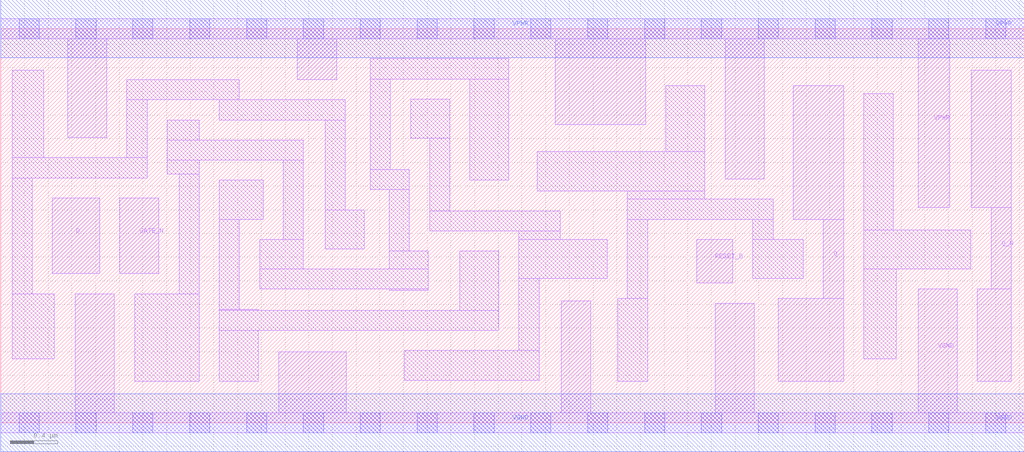
<source format=lef>
# Copyright 2020 The SkyWater PDK Authors
#
# Licensed under the Apache License, Version 2.0 (the "License");
# you may not use this file except in compliance with the License.
# You may obtain a copy of the License at
#
#     https://www.apache.org/licenses/LICENSE-2.0
#
# Unless required by applicable law or agreed to in writing, software
# distributed under the License is distributed on an "AS IS" BASIS,
# WITHOUT WARRANTIES OR CONDITIONS OF ANY KIND, either express or implied.
# See the License for the specific language governing permissions and
# limitations under the License.
#
# SPDX-License-Identifier: Apache-2.0

VERSION 5.7 ;
  NAMESCASESENSITIVE ON ;
  NOWIREEXTENSIONATPIN ON ;
  DIVIDERCHAR "/" ;
  BUSBITCHARS "[]" ;
UNITS
  DATABASE MICRONS 200 ;
END UNITS
MACRO sky130_fd_sc_ms__dlrbn_1
  CLASS CORE ;
  SOURCE USER ;
  FOREIGN sky130_fd_sc_ms__dlrbn_1 ;
  ORIGIN  0.000000  0.000000 ;
  SIZE  8.640000 BY  3.330000 ;
  SYMMETRY X Y ;
  SITE unit ;
  PIN D
    ANTENNAGATEAREA  0.233700 ;
    DIRECTION INPUT ;
    USE SIGNAL ;
    PORT
      LAYER li1 ;
        RECT 0.435000 1.260000 0.835000 1.900000 ;
    END
  END D
  PIN Q
    ANTENNADIFFAREA  0.518900 ;
    DIRECTION OUTPUT ;
    USE SIGNAL ;
    PORT
      LAYER li1 ;
        RECT 6.565000 0.350000 7.115000 1.050000 ;
        RECT 6.690000 1.720000 7.115000 2.850000 ;
        RECT 6.945000 1.050000 7.115000 1.720000 ;
    END
  END Q
  PIN Q_N
    ANTENNADIFFAREA  0.524500 ;
    DIRECTION OUTPUT ;
    USE SIGNAL ;
    PORT
      LAYER li1 ;
        RECT 8.195000 1.820000 8.530000 2.980000 ;
        RECT 8.245000 0.350000 8.530000 1.130000 ;
        RECT 8.360000 1.130000 8.530000 1.820000 ;
    END
  END Q_N
  PIN RESET_B
    ANTENNAGATEAREA  0.312600 ;
    DIRECTION INPUT ;
    USE SIGNAL ;
    PORT
      LAYER li1 ;
        RECT 5.875000 1.180000 6.180000 1.550000 ;
    END
  END RESET_B
  PIN GATE_N
    ANTENNAGATEAREA  0.262200 ;
    DIRECTION INPUT ;
    USE CLOCK ;
    PORT
      LAYER li1 ;
        RECT 1.005000 1.260000 1.335000 1.900000 ;
    END
  END GATE_N
  PIN VGND
    DIRECTION INOUT ;
    USE GROUND ;
    PORT
      LAYER li1 ;
        RECT 0.000000 -0.085000 8.640000 0.085000 ;
        RECT 0.630000  0.085000 0.960000 1.090000 ;
        RECT 2.345000  0.085000 2.915000 0.600000 ;
        RECT 4.730000  0.085000 4.980000 1.030000 ;
        RECT 6.030000  0.085000 6.360000 1.010000 ;
        RECT 7.745000  0.085000 8.075000 1.130000 ;
      LAYER mcon ;
        RECT 0.155000 -0.085000 0.325000 0.085000 ;
        RECT 0.635000 -0.085000 0.805000 0.085000 ;
        RECT 1.115000 -0.085000 1.285000 0.085000 ;
        RECT 1.595000 -0.085000 1.765000 0.085000 ;
        RECT 2.075000 -0.085000 2.245000 0.085000 ;
        RECT 2.555000 -0.085000 2.725000 0.085000 ;
        RECT 3.035000 -0.085000 3.205000 0.085000 ;
        RECT 3.515000 -0.085000 3.685000 0.085000 ;
        RECT 3.995000 -0.085000 4.165000 0.085000 ;
        RECT 4.475000 -0.085000 4.645000 0.085000 ;
        RECT 4.955000 -0.085000 5.125000 0.085000 ;
        RECT 5.435000 -0.085000 5.605000 0.085000 ;
        RECT 5.915000 -0.085000 6.085000 0.085000 ;
        RECT 6.395000 -0.085000 6.565000 0.085000 ;
        RECT 6.875000 -0.085000 7.045000 0.085000 ;
        RECT 7.355000 -0.085000 7.525000 0.085000 ;
        RECT 7.835000 -0.085000 8.005000 0.085000 ;
        RECT 8.315000 -0.085000 8.485000 0.085000 ;
      LAYER met1 ;
        RECT 0.000000 -0.245000 8.640000 0.245000 ;
    END
  END VGND
  PIN VPWR
    DIRECTION INOUT ;
    USE POWER ;
    PORT
      LAYER li1 ;
        RECT 0.000000 3.245000 8.640000 3.415000 ;
        RECT 0.565000 2.410000 0.895000 3.245000 ;
        RECT 2.505000 2.900000 2.835000 3.245000 ;
        RECT 4.680000 2.520000 5.445000 3.245000 ;
        RECT 6.115000 2.060000 6.445000 3.245000 ;
        RECT 7.745000 1.820000 8.010000 3.245000 ;
      LAYER mcon ;
        RECT 0.155000 3.245000 0.325000 3.415000 ;
        RECT 0.635000 3.245000 0.805000 3.415000 ;
        RECT 1.115000 3.245000 1.285000 3.415000 ;
        RECT 1.595000 3.245000 1.765000 3.415000 ;
        RECT 2.075000 3.245000 2.245000 3.415000 ;
        RECT 2.555000 3.245000 2.725000 3.415000 ;
        RECT 3.035000 3.245000 3.205000 3.415000 ;
        RECT 3.515000 3.245000 3.685000 3.415000 ;
        RECT 3.995000 3.245000 4.165000 3.415000 ;
        RECT 4.475000 3.245000 4.645000 3.415000 ;
        RECT 4.955000 3.245000 5.125000 3.415000 ;
        RECT 5.435000 3.245000 5.605000 3.415000 ;
        RECT 5.915000 3.245000 6.085000 3.415000 ;
        RECT 6.395000 3.245000 6.565000 3.415000 ;
        RECT 6.875000 3.245000 7.045000 3.415000 ;
        RECT 7.355000 3.245000 7.525000 3.415000 ;
        RECT 7.835000 3.245000 8.005000 3.415000 ;
        RECT 8.315000 3.245000 8.485000 3.415000 ;
      LAYER met1 ;
        RECT 0.000000 3.085000 8.640000 3.575000 ;
    END
  END VPWR
  OBS
    LAYER li1 ;
      RECT 0.095000 0.540000 0.450000 1.090000 ;
      RECT 0.095000 1.090000 0.265000 2.070000 ;
      RECT 0.095000 2.070000 1.235000 2.240000 ;
      RECT 0.095000 2.240000 0.365000 2.980000 ;
      RECT 1.065000 2.240000 1.235000 2.730000 ;
      RECT 1.065000 2.730000 2.015000 2.900000 ;
      RECT 1.130000 0.350000 1.675000 1.090000 ;
      RECT 1.405000 2.100000 1.675000 2.220000 ;
      RECT 1.405000 2.220000 2.555000 2.390000 ;
      RECT 1.405000 2.390000 1.675000 2.560000 ;
      RECT 1.505000 1.090000 1.675000 2.100000 ;
      RECT 1.845000 0.350000 2.175000 0.780000 ;
      RECT 1.845000 0.780000 4.205000 0.950000 ;
      RECT 1.845000 0.950000 2.175000 0.960000 ;
      RECT 1.845000 0.960000 2.015000 1.720000 ;
      RECT 1.845000 1.720000 2.215000 2.050000 ;
      RECT 1.845000 2.560000 2.910000 2.730000 ;
      RECT 2.185000 1.130000 3.610000 1.300000 ;
      RECT 2.185000 1.300000 2.555000 1.550000 ;
      RECT 2.385000 1.550000 2.555000 2.220000 ;
      RECT 2.740000 1.470000 3.070000 1.800000 ;
      RECT 2.740000 1.800000 2.910000 2.560000 ;
      RECT 3.120000 1.970000 3.450000 2.140000 ;
      RECT 3.120000 2.140000 3.290000 2.905000 ;
      RECT 3.120000 2.905000 4.290000 3.075000 ;
      RECT 3.280000 1.120000 3.610000 1.130000 ;
      RECT 3.280000 1.300000 3.610000 1.450000 ;
      RECT 3.280000 1.450000 3.450000 1.970000 ;
      RECT 3.405000 0.360000 4.545000 0.610000 ;
      RECT 3.460000 2.405000 3.790000 2.735000 ;
      RECT 3.620000 1.620000 4.725000 1.790000 ;
      RECT 3.620000 1.790000 3.790000 2.405000 ;
      RECT 3.875000 0.950000 4.205000 1.450000 ;
      RECT 3.960000 2.050000 4.290000 2.905000 ;
      RECT 4.375000 0.610000 4.545000 1.220000 ;
      RECT 4.375000 1.220000 5.120000 1.550000 ;
      RECT 4.375000 1.550000 4.725000 1.620000 ;
      RECT 4.530000 1.960000 5.945000 2.290000 ;
      RECT 5.210000 0.350000 5.460000 1.050000 ;
      RECT 5.290000 1.050000 5.460000 1.720000 ;
      RECT 5.290000 1.720000 6.520000 1.890000 ;
      RECT 5.290000 1.890000 5.945000 1.960000 ;
      RECT 5.615000 2.290000 5.945000 2.850000 ;
      RECT 6.350000 1.220000 6.775000 1.550000 ;
      RECT 6.350000 1.550000 6.520000 1.720000 ;
      RECT 7.285000 0.540000 7.560000 1.300000 ;
      RECT 7.285000 1.300000 8.190000 1.630000 ;
      RECT 7.285000 1.630000 7.535000 2.780000 ;
  END
END sky130_fd_sc_ms__dlrbn_1

</source>
